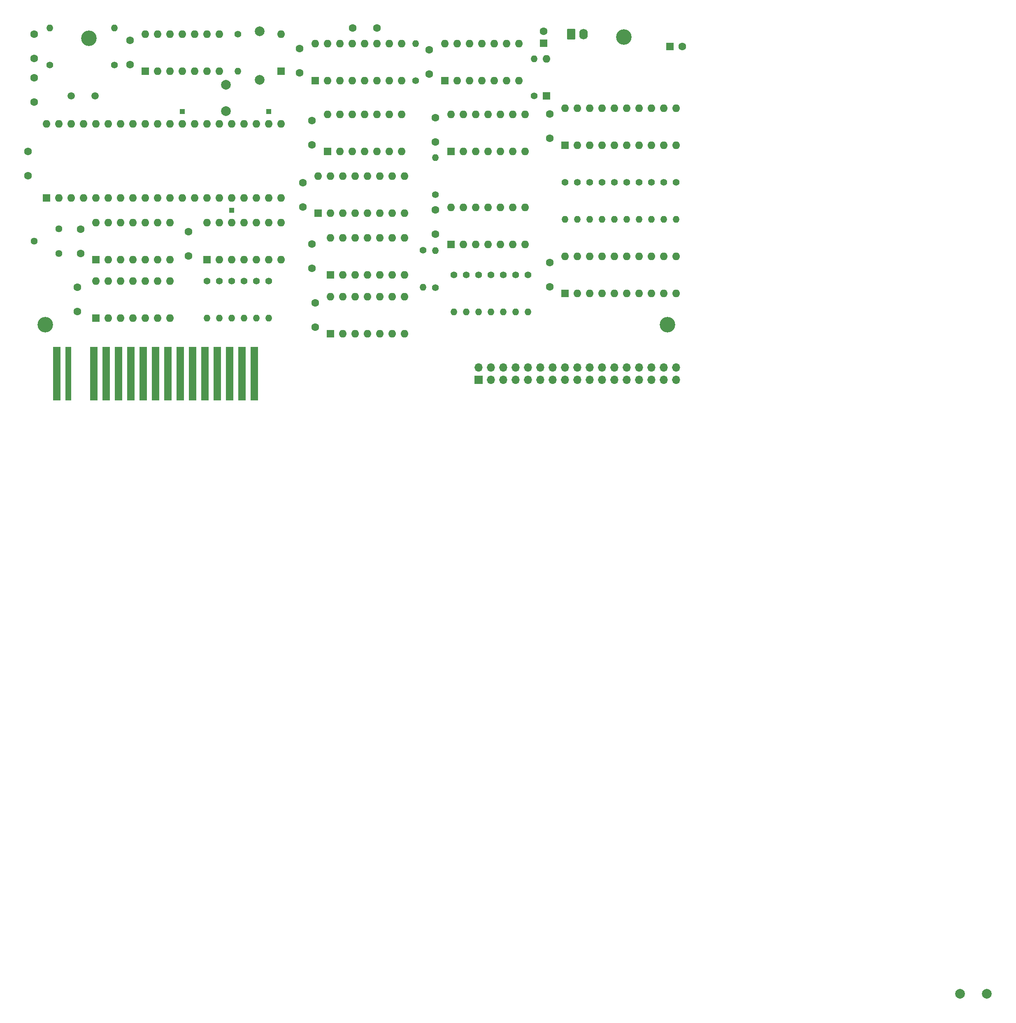
<source format=gbr>
%TF.GenerationSoftware,KiCad,Pcbnew,7.0.9*%
%TF.CreationDate,2024-01-11T00:16:29-03:00*%
%TF.ProjectId,HB-3600_FDC,48422d33-3630-4305-9f46-44432e6b6963,V1.0.0*%
%TF.SameCoordinates,Original*%
%TF.FileFunction,Soldermask,Top*%
%TF.FilePolarity,Negative*%
%FSLAX46Y46*%
G04 Gerber Fmt 4.6, Leading zero omitted, Abs format (unit mm)*
G04 Created by KiCad (PCBNEW 7.0.9) date 2024-01-11 00:16:29*
%MOMM*%
%LPD*%
G01*
G04 APERTURE LIST*
G04 Aperture macros list*
%AMRoundRect*
0 Rectangle with rounded corners*
0 $1 Rounding radius*
0 $2 $3 $4 $5 $6 $7 $8 $9 X,Y pos of 4 corners*
0 Add a 4 corners polygon primitive as box body*
4,1,4,$2,$3,$4,$5,$6,$7,$8,$9,$2,$3,0*
0 Add four circle primitives for the rounded corners*
1,1,$1+$1,$2,$3*
1,1,$1+$1,$4,$5*
1,1,$1+$1,$6,$7*
1,1,$1+$1,$8,$9*
0 Add four rect primitives between the rounded corners*
20,1,$1+$1,$2,$3,$4,$5,0*
20,1,$1+$1,$4,$5,$6,$7,0*
20,1,$1+$1,$6,$7,$8,$9,0*
20,1,$1+$1,$8,$9,$2,$3,0*%
G04 Aperture macros list end*
%ADD10R,1.600000X1.600000*%
%ADD11O,1.600000X1.600000*%
%ADD12C,3.200000*%
%ADD13C,1.400000*%
%ADD14O,1.400000X1.400000*%
%ADD15R,1.000000X1.000000*%
%ADD16C,1.440000*%
%ADD17C,1.600000*%
%ADD18C,2.000000*%
%ADD19C,1.500000*%
%ADD20RoundRect,0.250000X-0.620000X-0.845000X0.620000X-0.845000X0.620000X0.845000X-0.620000X0.845000X0*%
%ADD21O,1.740000X2.190000*%
%ADD22R,1.600000X11.000000*%
%ADD23R,1.300000X11.000000*%
%ADD24R,1.700000X1.700000*%
%ADD25O,1.700000X1.700000*%
G04 APERTURE END LIST*
D10*
%TO.C,U14*%
X91440000Y-116840000D03*
D11*
X93980000Y-116840000D03*
X96520000Y-116840000D03*
X99060000Y-116840000D03*
X101600000Y-116840000D03*
X104140000Y-116840000D03*
X106680000Y-116840000D03*
X106680000Y-109220000D03*
X104140000Y-109220000D03*
X101600000Y-109220000D03*
X99060000Y-109220000D03*
X96520000Y-109220000D03*
X93980000Y-109220000D03*
X91440000Y-109220000D03*
%TD*%
D10*
%TO.C,U5*%
X139065000Y-82550000D03*
D11*
X141605000Y-82550000D03*
X144145000Y-82550000D03*
X146685000Y-82550000D03*
X149225000Y-82550000D03*
X151765000Y-82550000D03*
X154305000Y-82550000D03*
X154305000Y-74930000D03*
X151765000Y-74930000D03*
X149225000Y-74930000D03*
X146685000Y-74930000D03*
X144145000Y-74930000D03*
X141605000Y-74930000D03*
X139065000Y-74930000D03*
%TD*%
D10*
%TO.C,U12*%
X139700000Y-107950000D03*
D11*
X142240000Y-107950000D03*
X144780000Y-107950000D03*
X147320000Y-107950000D03*
X149860000Y-107950000D03*
X152400000Y-107950000D03*
X154940000Y-107950000D03*
X154940000Y-100330000D03*
X152400000Y-100330000D03*
X149860000Y-100330000D03*
X147320000Y-100330000D03*
X144780000Y-100330000D03*
X142240000Y-100330000D03*
X139700000Y-100330000D03*
%TD*%
D12*
%TO.C,HOLE1*%
X89940000Y-59230000D03*
%TD*%
D13*
%TO.C,R2*%
X95250000Y-64770000D03*
D14*
X95250000Y-57150000D03*
%TD*%
D10*
%TO.C,U3*%
X163195000Y-67945000D03*
D11*
X165735000Y-67945000D03*
X168275000Y-67945000D03*
X170815000Y-67945000D03*
X173355000Y-67945000D03*
X175895000Y-67945000D03*
X178435000Y-67945000D03*
X178435000Y-60325000D03*
X175895000Y-60325000D03*
X173355000Y-60325000D03*
X170815000Y-60325000D03*
X168275000Y-60325000D03*
X165735000Y-60325000D03*
X163195000Y-60325000D03*
%TD*%
D15*
%TO.C,TP3*%
X119380000Y-94615000D03*
%TD*%
D13*
%TO.C,RBD8*%
X205740000Y-88900000D03*
D14*
X205740000Y-96520000D03*
%TD*%
D10*
%TO.C,U2*%
X136525000Y-67945000D03*
D11*
X139065000Y-67945000D03*
X141605000Y-67945000D03*
X144145000Y-67945000D03*
X146685000Y-67945000D03*
X149225000Y-67945000D03*
X151765000Y-67945000D03*
X154305000Y-67945000D03*
X154305000Y-60325000D03*
X151765000Y-60325000D03*
X149225000Y-60325000D03*
X146685000Y-60325000D03*
X144145000Y-60325000D03*
X141605000Y-60325000D03*
X139065000Y-60325000D03*
X136525000Y-60325000D03*
%TD*%
D10*
%TO.C,U9*%
X164465000Y-101625400D03*
D11*
X167005000Y-101625400D03*
X169545000Y-101625400D03*
X172085000Y-101625400D03*
X174625000Y-101625400D03*
X177165000Y-101625400D03*
X179705000Y-101625400D03*
X179705000Y-94005400D03*
X177165000Y-94005400D03*
X174625000Y-94005400D03*
X172085000Y-94005400D03*
X169545000Y-94005400D03*
X167005000Y-94005400D03*
X164465000Y-94005400D03*
%TD*%
D13*
%TO.C,RBC3*%
X170180000Y-107950000D03*
D14*
X170180000Y-115570000D03*
%TD*%
D16*
%TO.C,RV1*%
X83820000Y-98425000D03*
X78740000Y-100965000D03*
X83820000Y-103505000D03*
%TD*%
D13*
%TO.C,RBD5*%
X198120000Y-88900000D03*
D14*
X198120000Y-96520000D03*
%TD*%
D17*
%TO.C,C19*%
X149265000Y-57150000D03*
X144265000Y-57150000D03*
%TD*%
D13*
%TO.C,RBF4*%
X121920000Y-109220000D03*
D14*
X121920000Y-116840000D03*
%TD*%
D13*
%TO.C,RBD3*%
X193040000Y-88900000D03*
D14*
X193040000Y-96520000D03*
%TD*%
D13*
%TO.C,RBD9*%
X208280000Y-88900000D03*
D14*
X208280000Y-96520000D03*
%TD*%
D18*
%TO.C,CV1*%
X269234833Y-255843000D03*
X274734833Y-255843000D03*
%TD*%
%TO.C,CV1*%
X118150000Y-74276400D03*
X118150000Y-68776400D03*
%TD*%
D13*
%TO.C,RBD6*%
X200660000Y-88900000D03*
D14*
X200660000Y-96520000D03*
%TD*%
D17*
%TO.C,C15*%
X136525000Y-113705000D03*
X136525000Y-118705000D03*
%TD*%
D15*
%TO.C,TP2*%
X127000000Y-74295000D03*
%TD*%
D19*
%TO.C,Y1*%
X86360000Y-71120000D03*
X91260000Y-71120000D03*
%TD*%
D13*
%TO.C,R6*%
X161264600Y-91440000D03*
D14*
X161264600Y-83820000D03*
%TD*%
D17*
%TO.C,C12*%
X135890000Y-101600000D03*
X135890000Y-106600000D03*
%TD*%
D13*
%TO.C,RBC2*%
X167640000Y-107950000D03*
D14*
X167640000Y-115570000D03*
%TD*%
D17*
%TO.C,C16*%
X78740000Y-63420000D03*
X78740000Y-58420000D03*
%TD*%
D10*
%TO.C,U10*%
X91440000Y-104775000D03*
D11*
X93980000Y-104775000D03*
X96520000Y-104775000D03*
X99060000Y-104775000D03*
X101600000Y-104775000D03*
X104140000Y-104775000D03*
X106680000Y-104775000D03*
X106680000Y-97155000D03*
X104140000Y-97155000D03*
X101600000Y-97155000D03*
X99060000Y-97155000D03*
X96520000Y-97155000D03*
X93980000Y-97155000D03*
X91440000Y-97155000D03*
%TD*%
D10*
%TO.C,U4*%
X81280000Y-92075000D03*
D11*
X83820000Y-92075000D03*
X86360000Y-92075000D03*
X88900000Y-92075000D03*
X91440000Y-92075000D03*
X93980000Y-92075000D03*
X96520000Y-92075000D03*
X99060000Y-92075000D03*
X101600000Y-92075000D03*
X104140000Y-92075000D03*
X106680000Y-92075000D03*
X109220000Y-92075000D03*
X111760000Y-92075000D03*
X114300000Y-92075000D03*
X116840000Y-92075000D03*
X119380000Y-92075000D03*
X121920000Y-92075000D03*
X124460000Y-92075000D03*
X127000000Y-92075000D03*
X129540000Y-92075000D03*
X129540000Y-76835000D03*
X127000000Y-76835000D03*
X124460000Y-76835000D03*
X121920000Y-76835000D03*
X119380000Y-76835000D03*
X116840000Y-76835000D03*
X114300000Y-76835000D03*
X111760000Y-76835000D03*
X109220000Y-76835000D03*
X106680000Y-76835000D03*
X104140000Y-76835000D03*
X101600000Y-76835000D03*
X99060000Y-76835000D03*
X96520000Y-76835000D03*
X93980000Y-76835000D03*
X91440000Y-76835000D03*
X88900000Y-76835000D03*
X86360000Y-76835000D03*
X83820000Y-76835000D03*
X81280000Y-76835000D03*
%TD*%
D17*
%TO.C,C5*%
X135890000Y-76200000D03*
X135890000Y-81200000D03*
%TD*%
%TO.C,C11*%
X110490000Y-99060000D03*
X110490000Y-104060000D03*
%TD*%
%TO.C,C1*%
X98425000Y-59690000D03*
X98425000Y-64690000D03*
%TD*%
D10*
%TO.C,U7*%
X187960000Y-81280000D03*
D11*
X190500000Y-81280000D03*
X193040000Y-81280000D03*
X195580000Y-81280000D03*
X198120000Y-81280000D03*
X200660000Y-81280000D03*
X203200000Y-81280000D03*
X205740000Y-81280000D03*
X208280000Y-81280000D03*
X210820000Y-81280000D03*
X210820000Y-73660000D03*
X208280000Y-73660000D03*
X205740000Y-73660000D03*
X203200000Y-73660000D03*
X200660000Y-73660000D03*
X198120000Y-73660000D03*
X195580000Y-73660000D03*
X193040000Y-73660000D03*
X190500000Y-73660000D03*
X187960000Y-73660000D03*
%TD*%
D17*
%TO.C,C14*%
X87630000Y-115490000D03*
X87630000Y-110490000D03*
%TD*%
D13*
%TO.C,RBC5*%
X175260000Y-107950000D03*
D14*
X175260000Y-115570000D03*
%TD*%
D10*
%TO.C,U11*%
X114300000Y-104775000D03*
D11*
X116840000Y-104775000D03*
X119380000Y-104775000D03*
X121920000Y-104775000D03*
X124460000Y-104775000D03*
X127000000Y-104775000D03*
X129540000Y-104775000D03*
X129540000Y-97155000D03*
X127000000Y-97155000D03*
X124460000Y-97155000D03*
X121920000Y-97155000D03*
X119380000Y-97155000D03*
X116840000Y-97155000D03*
X114300000Y-97155000D03*
%TD*%
D10*
%TO.C,D1*%
X129540000Y-66040000D03*
D11*
X129540000Y-58420000D03*
%TD*%
D13*
%TO.C,RBF5*%
X124460000Y-109220000D03*
D14*
X124460000Y-116840000D03*
%TD*%
D11*
%TO.C,U13*%
X187960000Y-104114600D03*
X190500000Y-104114600D03*
X193040000Y-104114600D03*
X195580000Y-104114600D03*
X198120000Y-104114600D03*
X200660000Y-104114600D03*
X203200000Y-104114600D03*
X205740000Y-104114600D03*
X208280000Y-104114600D03*
X210820000Y-104114600D03*
X210820000Y-111734600D03*
X208280000Y-111734600D03*
X205740000Y-111734600D03*
X203200000Y-111734600D03*
X200660000Y-111734600D03*
X198120000Y-111734600D03*
X195580000Y-111734600D03*
X193040000Y-111734600D03*
X190500000Y-111734600D03*
D10*
X187960000Y-111734600D03*
%TD*%
D13*
%TO.C,R7*%
X158750000Y-102870000D03*
D14*
X158750000Y-110490000D03*
%TD*%
D13*
%TO.C,RBD4*%
X195580000Y-88900000D03*
D14*
X195580000Y-96520000D03*
%TD*%
D13*
%TO.C,RBF6*%
X127000000Y-109220000D03*
D14*
X127000000Y-116840000D03*
%TD*%
D10*
%TO.C,C21*%
X209550000Y-60960000D03*
D17*
X212050000Y-60960000D03*
%TD*%
D13*
%TO.C,RBF1*%
X114300000Y-109220000D03*
D14*
X114300000Y-116840000D03*
%TD*%
D20*
%TO.C,CN3*%
X189230000Y-58420000D03*
D21*
X191770000Y-58420000D03*
%TD*%
D13*
%TO.C,R4*%
X157226000Y-67945000D03*
D14*
X157226000Y-60325000D03*
%TD*%
D15*
%TO.C,TP1*%
X109220000Y-74295000D03*
%TD*%
D13*
%TO.C,RBD2*%
X190500000Y-88900000D03*
D14*
X190500000Y-96520000D03*
%TD*%
D17*
%TO.C,C8*%
X133985000Y-88940000D03*
X133985000Y-93940000D03*
%TD*%
D12*
%TO.C,HOLE2*%
X208991200Y-118180000D03*
%TD*%
D13*
%TO.C,RBC4*%
X172720000Y-107950000D03*
D14*
X172720000Y-115570000D03*
%TD*%
D17*
%TO.C,C7*%
X184785000Y-74853800D03*
X184785000Y-79853800D03*
%TD*%
D13*
%TO.C,RBC6*%
X177800000Y-107950000D03*
D14*
X177800000Y-115570000D03*
%TD*%
D13*
%TO.C,RBD1*%
X187960000Y-88900000D03*
D14*
X187960000Y-96520000D03*
%TD*%
D10*
%TO.C,D2*%
X184150000Y-71120000D03*
D11*
X184150000Y-63500000D03*
%TD*%
D10*
%TO.C,U1*%
X101600000Y-66040000D03*
D11*
X104140000Y-66040000D03*
X106680000Y-66040000D03*
X109220000Y-66040000D03*
X111760000Y-66040000D03*
X114300000Y-66040000D03*
X116840000Y-66040000D03*
X116840000Y-58420000D03*
X114300000Y-58420000D03*
X111760000Y-58420000D03*
X109220000Y-58420000D03*
X106680000Y-58420000D03*
X104140000Y-58420000D03*
X101600000Y-58420000D03*
%TD*%
D13*
%TO.C,R8*%
X161290000Y-110515400D03*
D14*
X161290000Y-102895400D03*
%TD*%
D12*
%TO.C,HOLE3*%
X200012700Y-58953900D03*
%TD*%
D13*
%TO.C,RBD7*%
X203200000Y-88900000D03*
D14*
X203200000Y-96520000D03*
%TD*%
D10*
%TO.C,U6*%
X164465000Y-82550000D03*
D11*
X167005000Y-82550000D03*
X169545000Y-82550000D03*
X172085000Y-82550000D03*
X174625000Y-82550000D03*
X177165000Y-82550000D03*
X179705000Y-82550000D03*
X179705000Y-74930000D03*
X177165000Y-74930000D03*
X174625000Y-74930000D03*
X172085000Y-74930000D03*
X169545000Y-74930000D03*
X167005000Y-74930000D03*
X164465000Y-74930000D03*
%TD*%
D17*
%TO.C,C2*%
X133350000Y-61391800D03*
X133350000Y-66391800D03*
%TD*%
D13*
%TO.C,RBC1*%
X165074600Y-107950000D03*
D14*
X165074600Y-115570000D03*
%TD*%
D10*
%TO.C,U15*%
X139700000Y-120015000D03*
D11*
X142240000Y-120015000D03*
X144780000Y-120015000D03*
X147320000Y-120015000D03*
X149860000Y-120015000D03*
X152400000Y-120015000D03*
X154940000Y-120015000D03*
X154940000Y-112395000D03*
X152400000Y-112395000D03*
X149860000Y-112395000D03*
X147320000Y-112395000D03*
X144780000Y-112395000D03*
X142240000Y-112395000D03*
X139700000Y-112395000D03*
%TD*%
D17*
%TO.C,C10*%
X88265000Y-98505000D03*
X88265000Y-103505000D03*
%TD*%
D18*
%TO.C,C18*%
X125095000Y-57785000D03*
X125095000Y-67785000D03*
%TD*%
D13*
%TO.C,R5*%
X181610000Y-71120000D03*
D14*
X181610000Y-63500000D03*
%TD*%
D22*
%TO.C,CN2*%
X83375500Y-128270000D03*
D23*
X85725000Y-128257300D03*
D22*
X90995500Y-128270000D03*
X93535500Y-128270000D03*
X96075500Y-128270000D03*
X98615500Y-128270000D03*
X101155500Y-128270000D03*
X103695500Y-128270000D03*
X106235500Y-128270000D03*
X108775500Y-128270000D03*
X111315500Y-128270000D03*
X113855500Y-128270000D03*
X116395500Y-128270000D03*
X118935500Y-128270000D03*
X121475500Y-128270000D03*
X124015500Y-128270000D03*
%TD*%
D13*
%TO.C,R1*%
X81915000Y-64770000D03*
D14*
X81915000Y-57150000D03*
%TD*%
D17*
%TO.C,C17*%
X78740000Y-72390000D03*
X78740000Y-67390000D03*
%TD*%
%TO.C,C4*%
X77470000Y-82550000D03*
X77470000Y-87550000D03*
%TD*%
D13*
%TO.C,RBC7*%
X180340000Y-107950000D03*
D14*
X180340000Y-115570000D03*
%TD*%
D10*
%TO.C,U8*%
X137160000Y-95250000D03*
D11*
X139700000Y-95250000D03*
X142240000Y-95250000D03*
X144780000Y-95250000D03*
X147320000Y-95250000D03*
X149860000Y-95250000D03*
X152400000Y-95250000D03*
X154940000Y-95250000D03*
X154940000Y-87630000D03*
X152400000Y-87630000D03*
X149860000Y-87630000D03*
X147320000Y-87630000D03*
X144780000Y-87630000D03*
X142240000Y-87630000D03*
X139700000Y-87630000D03*
X137160000Y-87630000D03*
%TD*%
D13*
%TO.C,RBF3*%
X119380000Y-109220000D03*
D14*
X119380000Y-116840000D03*
%TD*%
D13*
%TO.C,RBD10*%
X210820000Y-88900000D03*
D14*
X210820000Y-96520000D03*
%TD*%
D13*
%TO.C,R3*%
X120650000Y-58420000D03*
D14*
X120650000Y-66040000D03*
%TD*%
D17*
%TO.C,C6*%
X161290000Y-75565000D03*
X161290000Y-80565000D03*
%TD*%
D12*
%TO.C,HOLE4*%
X80975200Y-118200000D03*
%TD*%
D17*
%TO.C,C9*%
X161264600Y-94589600D03*
X161264600Y-99589600D03*
%TD*%
D24*
%TO.C,CN1*%
X170180000Y-129540000D03*
D25*
X170180000Y-127000000D03*
X172720000Y-129540000D03*
X172720000Y-127000000D03*
X175260000Y-129540000D03*
X175260000Y-127000000D03*
X177800000Y-129540000D03*
X177800000Y-127000000D03*
X180340000Y-129540000D03*
X180340000Y-127000000D03*
X182880000Y-129540000D03*
X182880000Y-127000000D03*
X185420000Y-129540000D03*
X185420000Y-127000000D03*
X187960000Y-129540000D03*
X187960000Y-127000000D03*
X190500000Y-129540000D03*
X190500000Y-127000000D03*
X193040000Y-129540000D03*
X193040000Y-127000000D03*
X195580000Y-129540000D03*
X195580000Y-127000000D03*
X198120000Y-129540000D03*
X198120000Y-127000000D03*
X200660000Y-129540000D03*
X200660000Y-127000000D03*
X203200000Y-129540000D03*
X203200000Y-127000000D03*
X205740000Y-129540000D03*
X205740000Y-127000000D03*
X208280000Y-129540000D03*
X208280000Y-127000000D03*
X210820000Y-129540000D03*
X210820000Y-127000000D03*
%TD*%
D10*
%TO.C,C20*%
X183515000Y-60285000D03*
D17*
X183515000Y-57785000D03*
%TD*%
%TO.C,C13*%
X184785000Y-105410000D03*
X184785000Y-110410000D03*
%TD*%
D13*
%TO.C,RBF2*%
X116840000Y-109220000D03*
D14*
X116840000Y-116840000D03*
%TD*%
D17*
%TO.C,C3*%
X160020000Y-61595000D03*
X160020000Y-66595000D03*
%TD*%
M02*

</source>
